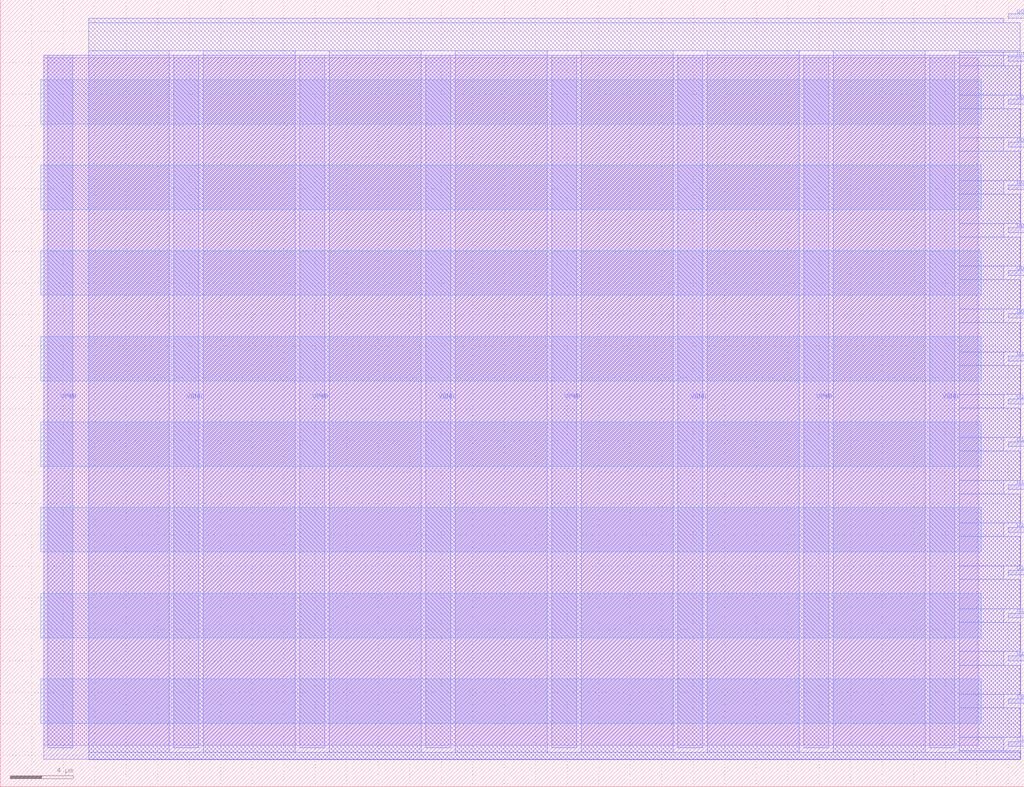
<source format=lef>
VERSION 5.7 ;
  NOWIREEXTENSIONATPIN ON ;
  DIVIDERCHAR "/" ;
  BUSBITCHARS "[]" ;
MACRO tt_um_micro_gfg_development_cic
  CLASS BLOCK ;
  FOREIGN tt_um_micro_gfg_development_cic ;
  ORIGIN 0.000 0.000 ;
  SIZE 65.000 BY 50.000 ;
  PIN VGND
    DIRECTION INOUT ;
    USE GROUND ;
    PORT
      LAYER met2 ;
        RECT 11.000 2.480 12.600 46.480 ;
    END
    PORT
      LAYER met2 ;
        RECT 27.000 2.480 28.600 46.480 ;
    END
    PORT
      LAYER met2 ;
        RECT 43.000 2.480 44.600 46.480 ;
    END
    PORT
      LAYER met2 ;
        RECT 59.000 2.480 60.600 46.480 ;
    END
  END VGND
  PIN VPWR
    DIRECTION INOUT ;
    USE POWER ;
    PORT
      LAYER met2 ;
        RECT 3.000 2.480 4.600 46.480 ;
    END
    PORT
      LAYER met2 ;
        RECT 19.000 2.480 20.600 46.480 ;
    END
    PORT
      LAYER met2 ;
        RECT 35.000 2.480 36.600 46.480 ;
    END
    PORT
      LAYER met2 ;
        RECT 51.000 2.480 52.600 46.480 ;
    END
  END VPWR
  PIN clk
    DIRECTION INPUT ;
    USE SIGNAL ;
    ANTENNAGATEAREA 0.852000 ;
    PORT
      LAYER met2 ;
        RECT 64.000 2.570 65.000 2.870 ;
    END
  END clk
  PIN rst_n
    DIRECTION INPUT ;
    USE SIGNAL ;
    ANTENNAGATEAREA 0.196500 ;
    PORT
      LAYER met2 ;
        RECT 64.000 5.290 65.000 5.590 ;
    END
  END rst_n
  PIN ui_in[0]
    DIRECTION INPUT ;
    USE SIGNAL ;
    ANTENNAGATEAREA 0.196500 ;
    PORT
      LAYER met2 ;
        RECT 64.000 8.010 65.000 8.310 ;
    END
  END ui_in[0]
  PIN ui_in[1]
    DIRECTION INPUT ;
    USE SIGNAL ;
    PORT
      LAYER met2 ;
        RECT 64.000 10.730 65.000 11.030 ;
    END
  END ui_in[1]
  PIN ui_in[2]
    DIRECTION INPUT ;
    USE SIGNAL ;
    PORT
      LAYER met2 ;
        RECT 64.000 13.450 65.000 13.750 ;
    END
  END ui_in[2]
  PIN ui_in[3]
    DIRECTION INPUT ;
    USE SIGNAL ;
    PORT
      LAYER met2 ;
        RECT 64.000 16.170 65.000 16.470 ;
    END
  END ui_in[3]
  PIN ui_in[4]
    DIRECTION INPUT ;
    USE SIGNAL ;
    PORT
      LAYER met2 ;
        RECT 64.000 18.890 65.000 19.190 ;
    END
  END ui_in[4]
  PIN ui_in[5]
    DIRECTION INPUT ;
    USE SIGNAL ;
    PORT
      LAYER met2 ;
        RECT 64.000 21.610 65.000 21.910 ;
    END
  END ui_in[5]
  PIN ui_in[6]
    DIRECTION INPUT ;
    USE SIGNAL ;
    PORT
      LAYER met2 ;
        RECT 64.000 24.330 65.000 24.630 ;
    END
  END ui_in[6]
  PIN ui_in[7]
    DIRECTION INPUT ;
    USE SIGNAL ;
    PORT
      LAYER met2 ;
        RECT 64.000 27.050 65.000 27.350 ;
    END
  END ui_in[7]
  PIN uo_out[0]
    DIRECTION OUTPUT ;
    USE SIGNAL ;
    ANTENNADIFFAREA 0.445500 ;
    PORT
      LAYER met2 ;
        RECT 64.000 29.770 65.000 30.070 ;
    END
  END uo_out[0]
  PIN uo_out[1]
    DIRECTION OUTPUT ;
    USE SIGNAL ;
    ANTENNADIFFAREA 0.445500 ;
    PORT
      LAYER met2 ;
        RECT 64.000 32.490 65.000 32.790 ;
    END
  END uo_out[1]
  PIN uo_out[2]
    DIRECTION OUTPUT ;
    USE SIGNAL ;
    ANTENNADIFFAREA 1.431000 ;
    PORT
      LAYER met2 ;
        RECT 64.000 35.210 65.000 35.510 ;
    END
  END uo_out[2]
  PIN uo_out[3]
    DIRECTION OUTPUT ;
    USE SIGNAL ;
    ANTENNADIFFAREA 1.524450 ;
    PORT
      LAYER met2 ;
        RECT 64.000 37.930 65.000 38.230 ;
    END
  END uo_out[3]
  PIN uo_out[4]
    DIRECTION OUTPUT ;
    USE SIGNAL ;
    ANTENNADIFFAREA 1.524450 ;
    PORT
      LAYER met2 ;
        RECT 64.000 40.650 65.000 40.950 ;
    END
  END uo_out[4]
  PIN uo_out[5]
    DIRECTION OUTPUT ;
    USE SIGNAL ;
    ANTENNADIFFAREA 1.524450 ;
    PORT
      LAYER met2 ;
        RECT 64.000 43.370 65.000 43.670 ;
    END
  END uo_out[5]
  PIN uo_out[6]
    DIRECTION OUTPUT ;
    USE SIGNAL ;
    ANTENNADIFFAREA 1.721000 ;
    PORT
      LAYER met2 ;
        RECT 64.000 46.090 65.000 46.390 ;
    END
  END uo_out[6]
  PIN uo_out[7]
    DIRECTION OUTPUT ;
    USE SIGNAL ;
    ANTENNADIFFAREA 0.445500 ;
    PORT
      LAYER met2 ;
        RECT 64.000 48.810 65.000 49.110 ;
    END
  END uo_out[7]
  OBS
      LAYER nwell ;
        RECT 2.570 42.105 62.290 44.935 ;
        RECT 2.570 36.665 62.290 39.495 ;
        RECT 2.570 31.225 62.290 34.055 ;
        RECT 2.570 25.785 62.290 28.615 ;
        RECT 2.570 20.345 62.290 23.175 ;
        RECT 2.570 14.905 62.290 17.735 ;
        RECT 2.570 9.465 62.290 12.295 ;
        RECT 2.570 4.025 62.290 6.855 ;
      LAYER li1 ;
        RECT 2.760 2.635 62.100 46.325 ;
      LAYER met1 ;
        RECT 2.760 1.740 64.790 46.480 ;
      LAYER met2 ;
        RECT 5.620 48.530 63.720 48.810 ;
        RECT 5.620 46.760 64.760 48.530 ;
        RECT 5.620 2.200 10.720 46.760 ;
        RECT 12.880 2.200 18.720 46.760 ;
        RECT 20.880 2.200 26.720 46.760 ;
        RECT 28.880 2.200 34.720 46.760 ;
        RECT 36.880 2.200 42.720 46.760 ;
        RECT 44.880 2.200 50.720 46.760 ;
        RECT 52.880 2.200 58.720 46.760 ;
        RECT 60.880 46.670 64.760 46.760 ;
        RECT 60.880 45.810 63.720 46.670 ;
        RECT 60.880 43.950 64.760 45.810 ;
        RECT 60.880 43.090 63.720 43.950 ;
        RECT 60.880 41.230 64.760 43.090 ;
        RECT 60.880 40.370 63.720 41.230 ;
        RECT 60.880 38.510 64.760 40.370 ;
        RECT 60.880 37.650 63.720 38.510 ;
        RECT 60.880 35.790 64.760 37.650 ;
        RECT 60.880 34.930 63.720 35.790 ;
        RECT 60.880 33.070 64.760 34.930 ;
        RECT 60.880 32.210 63.720 33.070 ;
        RECT 60.880 30.350 64.760 32.210 ;
        RECT 60.880 29.490 63.720 30.350 ;
        RECT 60.880 27.630 64.760 29.490 ;
        RECT 60.880 26.770 63.720 27.630 ;
        RECT 60.880 24.910 64.760 26.770 ;
        RECT 60.880 24.050 63.720 24.910 ;
        RECT 60.880 22.190 64.760 24.050 ;
        RECT 60.880 21.330 63.720 22.190 ;
        RECT 60.880 19.470 64.760 21.330 ;
        RECT 60.880 18.610 63.720 19.470 ;
        RECT 60.880 16.750 64.760 18.610 ;
        RECT 60.880 15.890 63.720 16.750 ;
        RECT 60.880 14.030 64.760 15.890 ;
        RECT 60.880 13.170 63.720 14.030 ;
        RECT 60.880 11.310 64.760 13.170 ;
        RECT 60.880 10.450 63.720 11.310 ;
        RECT 60.880 8.590 64.760 10.450 ;
        RECT 60.880 7.730 63.720 8.590 ;
        RECT 60.880 5.870 64.760 7.730 ;
        RECT 60.880 5.010 63.720 5.870 ;
        RECT 60.880 3.150 64.760 5.010 ;
        RECT 60.880 2.290 63.720 3.150 ;
        RECT 60.880 2.200 64.760 2.290 ;
        RECT 5.620 1.710 64.760 2.200 ;
  END
END tt_um_micro_gfg_development_cic
END LIBRARY


</source>
